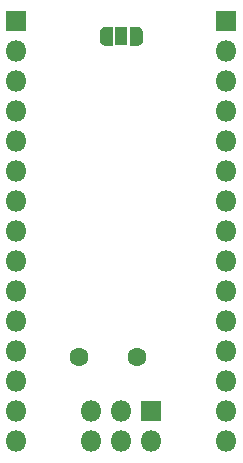
<source format=gbr>
%TF.GenerationSoftware,KiCad,Pcbnew,(5.1.6-0-10_14)*%
%TF.CreationDate,2021-08-14T22:27:43-04:00*%
%TF.ProjectId,bareduino,62617265-6475-4696-9e6f-2e6b69636164,rev?*%
%TF.SameCoordinates,Original*%
%TF.FileFunction,Soldermask,Bot*%
%TF.FilePolarity,Negative*%
%FSLAX46Y46*%
G04 Gerber Fmt 4.6, Leading zero omitted, Abs format (unit mm)*
G04 Created by KiCad (PCBNEW (5.1.6-0-10_14)) date 2021-08-14 22:27:43*
%MOMM*%
%LPD*%
G01*
G04 APERTURE LIST*
%ADD10R,1.100000X1.600000*%
%ADD11C,0.100000*%
%ADD12C,1.600000*%
%ADD13O,1.800000X1.800000*%
%ADD14R,1.800000X1.800000*%
G04 APERTURE END LIST*
D10*
%TO.C,JP1*%
X52070000Y-53340000D03*
D11*
G36*
X50763889Y-54139398D02*
G01*
X50745466Y-54139398D01*
X50740565Y-54139157D01*
X50691734Y-54134347D01*
X50686881Y-54133627D01*
X50638756Y-54124055D01*
X50633995Y-54122863D01*
X50587040Y-54108619D01*
X50582421Y-54106966D01*
X50537088Y-54088189D01*
X50532651Y-54086091D01*
X50489378Y-54062960D01*
X50485171Y-54060438D01*
X50444372Y-54033178D01*
X50440430Y-54030254D01*
X50402501Y-53999126D01*
X50398866Y-53995831D01*
X50364169Y-53961134D01*
X50360874Y-53957499D01*
X50329746Y-53919570D01*
X50326822Y-53915628D01*
X50299562Y-53874829D01*
X50297040Y-53870622D01*
X50273909Y-53827349D01*
X50271811Y-53822912D01*
X50253034Y-53777579D01*
X50251381Y-53772960D01*
X50237137Y-53726005D01*
X50235945Y-53721244D01*
X50226373Y-53673119D01*
X50225653Y-53668266D01*
X50220843Y-53619435D01*
X50220602Y-53614534D01*
X50220602Y-53596111D01*
X50220000Y-53590000D01*
X50220000Y-53090000D01*
X50220602Y-53083889D01*
X50220602Y-53065466D01*
X50220843Y-53060565D01*
X50225653Y-53011734D01*
X50226373Y-53006881D01*
X50235945Y-52958756D01*
X50237137Y-52953995D01*
X50251381Y-52907040D01*
X50253034Y-52902421D01*
X50271811Y-52857088D01*
X50273909Y-52852651D01*
X50297040Y-52809378D01*
X50299562Y-52805171D01*
X50326822Y-52764372D01*
X50329746Y-52760430D01*
X50360874Y-52722501D01*
X50364169Y-52718866D01*
X50398866Y-52684169D01*
X50402501Y-52680874D01*
X50440430Y-52649746D01*
X50444372Y-52646822D01*
X50485171Y-52619562D01*
X50489378Y-52617040D01*
X50532651Y-52593909D01*
X50537088Y-52591811D01*
X50582421Y-52573034D01*
X50587040Y-52571381D01*
X50633995Y-52557137D01*
X50638756Y-52555945D01*
X50686881Y-52546373D01*
X50691734Y-52545653D01*
X50740565Y-52540843D01*
X50745466Y-52540602D01*
X50763889Y-52540602D01*
X50770000Y-52540000D01*
X51320000Y-52540000D01*
X51329755Y-52540961D01*
X51339134Y-52543806D01*
X51347779Y-52548427D01*
X51355355Y-52554645D01*
X51361573Y-52562221D01*
X51366194Y-52570866D01*
X51369039Y-52580245D01*
X51370000Y-52590000D01*
X51370000Y-54090000D01*
X51369039Y-54099755D01*
X51366194Y-54109134D01*
X51361573Y-54117779D01*
X51355355Y-54125355D01*
X51347779Y-54131573D01*
X51339134Y-54136194D01*
X51329755Y-54139039D01*
X51320000Y-54140000D01*
X50770000Y-54140000D01*
X50763889Y-54139398D01*
G37*
G36*
X52810245Y-54139039D02*
G01*
X52800866Y-54136194D01*
X52792221Y-54131573D01*
X52784645Y-54125355D01*
X52778427Y-54117779D01*
X52773806Y-54109134D01*
X52770961Y-54099755D01*
X52770000Y-54090000D01*
X52770000Y-52590000D01*
X52770961Y-52580245D01*
X52773806Y-52570866D01*
X52778427Y-52562221D01*
X52784645Y-52554645D01*
X52792221Y-52548427D01*
X52800866Y-52543806D01*
X52810245Y-52540961D01*
X52820000Y-52540000D01*
X53370000Y-52540000D01*
X53376111Y-52540602D01*
X53394534Y-52540602D01*
X53399435Y-52540843D01*
X53448266Y-52545653D01*
X53453119Y-52546373D01*
X53501244Y-52555945D01*
X53506005Y-52557137D01*
X53552960Y-52571381D01*
X53557579Y-52573034D01*
X53602912Y-52591811D01*
X53607349Y-52593909D01*
X53650622Y-52617040D01*
X53654829Y-52619562D01*
X53695628Y-52646822D01*
X53699570Y-52649746D01*
X53737499Y-52680874D01*
X53741134Y-52684169D01*
X53775831Y-52718866D01*
X53779126Y-52722501D01*
X53810254Y-52760430D01*
X53813178Y-52764372D01*
X53840438Y-52805171D01*
X53842960Y-52809378D01*
X53866091Y-52852651D01*
X53868189Y-52857088D01*
X53886966Y-52902421D01*
X53888619Y-52907040D01*
X53902863Y-52953995D01*
X53904055Y-52958756D01*
X53913627Y-53006881D01*
X53914347Y-53011734D01*
X53919157Y-53060565D01*
X53919398Y-53065466D01*
X53919398Y-53083889D01*
X53920000Y-53090000D01*
X53920000Y-53590000D01*
X53919398Y-53596111D01*
X53919398Y-53614534D01*
X53919157Y-53619435D01*
X53914347Y-53668266D01*
X53913627Y-53673119D01*
X53904055Y-53721244D01*
X53902863Y-53726005D01*
X53888619Y-53772960D01*
X53886966Y-53777579D01*
X53868189Y-53822912D01*
X53866091Y-53827349D01*
X53842960Y-53870622D01*
X53840438Y-53874829D01*
X53813178Y-53915628D01*
X53810254Y-53919570D01*
X53779126Y-53957499D01*
X53775831Y-53961134D01*
X53741134Y-53995831D01*
X53737499Y-53999126D01*
X53699570Y-54030254D01*
X53695628Y-54033178D01*
X53654829Y-54060438D01*
X53650622Y-54062960D01*
X53607349Y-54086091D01*
X53602912Y-54088189D01*
X53557579Y-54106966D01*
X53552960Y-54108619D01*
X53506005Y-54122863D01*
X53501244Y-54124055D01*
X53453119Y-54133627D01*
X53448266Y-54134347D01*
X53399435Y-54139157D01*
X53394534Y-54139398D01*
X53376111Y-54139398D01*
X53370000Y-54140000D01*
X52820000Y-54140000D01*
X52810245Y-54139039D01*
G37*
%TD*%
D12*
%TO.C,Y1*%
X53394000Y-80518000D03*
X48514000Y-80518000D03*
%TD*%
D13*
%TO.C,J1*%
X49530000Y-87630000D03*
X49530000Y-85090000D03*
X52070000Y-87630000D03*
X52070000Y-85090000D03*
X54610000Y-87630000D03*
D14*
X54610000Y-85090000D03*
%TD*%
D13*
%TO.C,J3*%
X60960000Y-87630000D03*
X60960000Y-85090000D03*
X60960000Y-82550000D03*
X60960000Y-80010000D03*
X60960000Y-77470000D03*
X60960000Y-74930000D03*
X60960000Y-72390000D03*
X60960000Y-69850000D03*
X60960000Y-67310000D03*
X60960000Y-64770000D03*
X60960000Y-62230000D03*
X60960000Y-59690000D03*
X60960000Y-57150000D03*
X60960000Y-54610000D03*
D14*
X60960000Y-52070000D03*
%TD*%
D13*
%TO.C,J2*%
X43180000Y-87630000D03*
X43180000Y-85090000D03*
X43180000Y-82550000D03*
X43180000Y-80010000D03*
X43180000Y-77470000D03*
X43180000Y-74930000D03*
X43180000Y-72390000D03*
X43180000Y-69850000D03*
X43180000Y-67310000D03*
X43180000Y-64770000D03*
X43180000Y-62230000D03*
X43180000Y-59690000D03*
X43180000Y-57150000D03*
X43180000Y-54610000D03*
D14*
X43180000Y-52070000D03*
%TD*%
M02*

</source>
